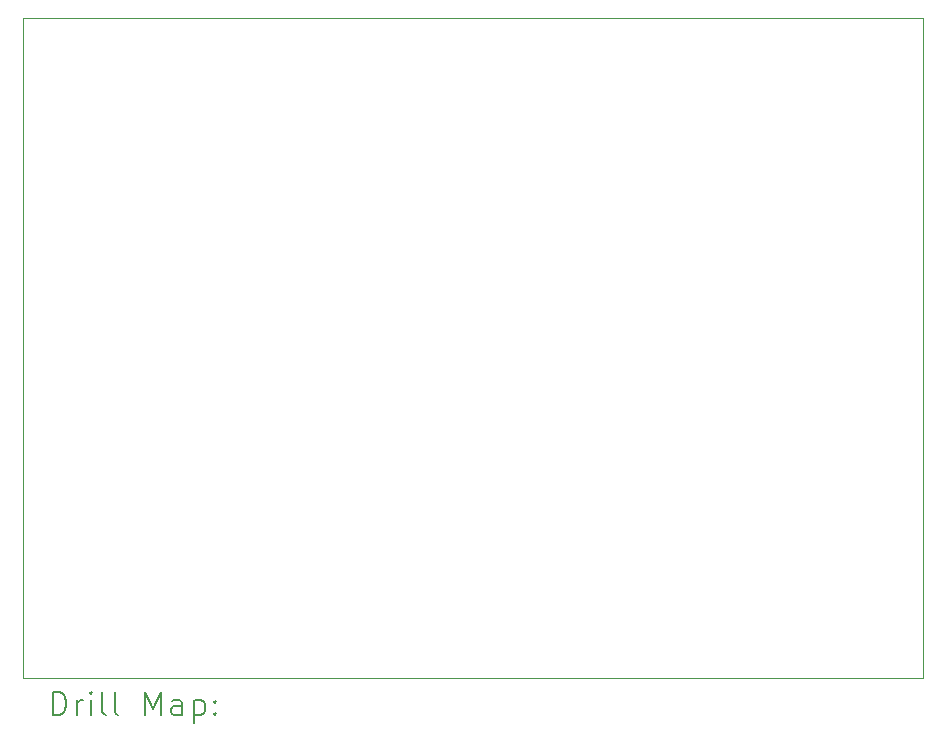
<source format=gbr>
%TF.GenerationSoftware,KiCad,Pcbnew,(6.0.8)*%
%TF.CreationDate,2023-01-11T15:29:54+01:00*%
%TF.ProjectId,BSPD,42535044-2e6b-4696-9361-645f70636258,rev?*%
%TF.SameCoordinates,Original*%
%TF.FileFunction,Drillmap*%
%TF.FilePolarity,Positive*%
%FSLAX45Y45*%
G04 Gerber Fmt 4.5, Leading zero omitted, Abs format (unit mm)*
G04 Created by KiCad (PCBNEW (6.0.8)) date 2023-01-11 15:29:54*
%MOMM*%
%LPD*%
G01*
G04 APERTURE LIST*
%ADD10C,0.100000*%
%ADD11C,0.200000*%
G04 APERTURE END LIST*
D10*
X9398000Y-6604000D02*
X17018000Y-6604000D01*
X17018000Y-6604000D02*
X17018000Y-12192000D01*
X17018000Y-12192000D02*
X9398000Y-12192000D01*
X9398000Y-12192000D02*
X9398000Y-6604000D01*
D11*
X9650619Y-12507476D02*
X9650619Y-12307476D01*
X9698238Y-12307476D01*
X9726810Y-12317000D01*
X9745857Y-12336048D01*
X9755381Y-12355095D01*
X9764905Y-12393190D01*
X9764905Y-12421762D01*
X9755381Y-12459857D01*
X9745857Y-12478905D01*
X9726810Y-12497952D01*
X9698238Y-12507476D01*
X9650619Y-12507476D01*
X9850619Y-12507476D02*
X9850619Y-12374143D01*
X9850619Y-12412238D02*
X9860143Y-12393190D01*
X9869667Y-12383667D01*
X9888714Y-12374143D01*
X9907762Y-12374143D01*
X9974429Y-12507476D02*
X9974429Y-12374143D01*
X9974429Y-12307476D02*
X9964905Y-12317000D01*
X9974429Y-12326524D01*
X9983952Y-12317000D01*
X9974429Y-12307476D01*
X9974429Y-12326524D01*
X10098238Y-12507476D02*
X10079190Y-12497952D01*
X10069667Y-12478905D01*
X10069667Y-12307476D01*
X10203000Y-12507476D02*
X10183952Y-12497952D01*
X10174429Y-12478905D01*
X10174429Y-12307476D01*
X10431571Y-12507476D02*
X10431571Y-12307476D01*
X10498238Y-12450333D01*
X10564905Y-12307476D01*
X10564905Y-12507476D01*
X10745857Y-12507476D02*
X10745857Y-12402714D01*
X10736333Y-12383667D01*
X10717286Y-12374143D01*
X10679190Y-12374143D01*
X10660143Y-12383667D01*
X10745857Y-12497952D02*
X10726810Y-12507476D01*
X10679190Y-12507476D01*
X10660143Y-12497952D01*
X10650619Y-12478905D01*
X10650619Y-12459857D01*
X10660143Y-12440809D01*
X10679190Y-12431286D01*
X10726810Y-12431286D01*
X10745857Y-12421762D01*
X10841095Y-12374143D02*
X10841095Y-12574143D01*
X10841095Y-12383667D02*
X10860143Y-12374143D01*
X10898238Y-12374143D01*
X10917286Y-12383667D01*
X10926810Y-12393190D01*
X10936333Y-12412238D01*
X10936333Y-12469381D01*
X10926810Y-12488428D01*
X10917286Y-12497952D01*
X10898238Y-12507476D01*
X10860143Y-12507476D01*
X10841095Y-12497952D01*
X11022048Y-12488428D02*
X11031571Y-12497952D01*
X11022048Y-12507476D01*
X11012524Y-12497952D01*
X11022048Y-12488428D01*
X11022048Y-12507476D01*
X11022048Y-12383667D02*
X11031571Y-12393190D01*
X11022048Y-12402714D01*
X11012524Y-12393190D01*
X11022048Y-12383667D01*
X11022048Y-12402714D01*
M02*

</source>
